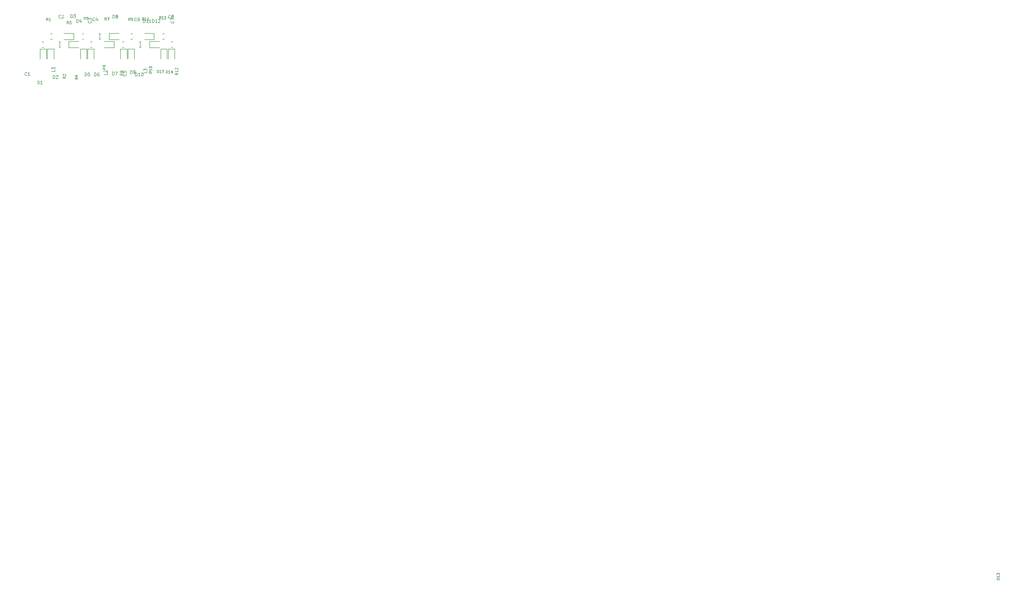
<source format=gto>
G04 #@! TF.GenerationSoftware,KiCad,Pcbnew,5.1.5*
G04 #@! TF.CreationDate,2020-02-12T19:16:24+01:00*
G04 #@! TF.ProjectId,Filter_PCB_4_btob,46696c74-6572-45f5-9043-425f345f6274,rev?*
G04 #@! TF.SameCoordinates,Original*
G04 #@! TF.FileFunction,Legend,Top*
G04 #@! TF.FilePolarity,Positive*
%FSLAX46Y46*%
G04 Gerber Fmt 4.6, Leading zero omitted, Abs format (unit mm)*
G04 Created by KiCad (PCBNEW 5.1.5) date 2020-02-12 19:16:24*
%MOMM*%
%LPD*%
G04 APERTURE LIST*
%ADD10C,0.120000*%
%ADD11C,0.150000*%
%ADD12C,0.100000*%
G04 APERTURE END LIST*
D10*
X170200000Y-101800000D02*
X170200000Y-100800000D01*
X162600000Y-100300000D02*
X162600000Y-99300000D01*
X155000000Y-100800000D02*
X155000000Y-101800000D01*
X162437221Y-100310000D02*
X162762779Y-100310000D01*
X162437221Y-99290000D02*
X162762779Y-99290000D01*
X171000000Y-99200000D02*
X172850000Y-99200000D01*
X171000000Y-100400000D02*
X172850000Y-100400000D01*
X172850000Y-100400000D02*
X172850000Y-99200000D01*
X163400000Y-100700000D02*
X165250000Y-100700000D01*
X163400000Y-101900000D02*
X165250000Y-101900000D01*
X165250000Y-101900000D02*
X165250000Y-100700000D01*
X155800000Y-99200000D02*
X157650000Y-99200000D01*
X155800000Y-100400000D02*
X157650000Y-100400000D01*
X157650000Y-100400000D02*
X157650000Y-99200000D01*
X175300000Y-102150000D02*
X174100000Y-102150000D01*
X175300000Y-104000000D02*
X175300000Y-102150000D01*
X174100000Y-104000000D02*
X174100000Y-102150000D01*
X167700000Y-102150000D02*
X166500000Y-102150000D01*
X167700000Y-104000000D02*
X167700000Y-102150000D01*
X166500000Y-104000000D02*
X166500000Y-102150000D01*
X160100000Y-102150000D02*
X158900000Y-102150000D01*
X160100000Y-104000000D02*
X160100000Y-102150000D01*
X158900000Y-104000000D02*
X158900000Y-102150000D01*
X152500000Y-102150000D02*
X151300000Y-102150000D01*
X152500000Y-104000000D02*
X152500000Y-102150000D01*
X151300000Y-104000000D02*
X151300000Y-102150000D01*
X170037221Y-100790000D02*
X170362779Y-100790000D01*
X170037221Y-101810000D02*
X170362779Y-101810000D01*
X154837221Y-101810000D02*
X155162779Y-101810000D01*
X154837221Y-100790000D02*
X155162779Y-100790000D01*
X175500000Y-104000000D02*
X175500000Y-102150000D01*
X176700000Y-104000000D02*
X176700000Y-102150000D01*
X176700000Y-102150000D02*
X175500000Y-102150000D01*
X173800000Y-101900000D02*
X171950000Y-101900000D01*
X173800000Y-100700000D02*
X171950000Y-100700000D01*
X171950000Y-100700000D02*
X171950000Y-101900000D01*
X167900000Y-104000000D02*
X167900000Y-102150000D01*
X169100000Y-104000000D02*
X169100000Y-102150000D01*
X169100000Y-102150000D02*
X167900000Y-102150000D01*
X166200000Y-100400000D02*
X164350000Y-100400000D01*
X166200000Y-99200000D02*
X164350000Y-99200000D01*
X164350000Y-99200000D02*
X164350000Y-100400000D01*
X161500000Y-102150000D02*
X160300000Y-102150000D01*
X161500000Y-104000000D02*
X161500000Y-102150000D01*
X160300000Y-104000000D02*
X160300000Y-102150000D01*
X158600000Y-101900000D02*
X156750000Y-101900000D01*
X158600000Y-100700000D02*
X156750000Y-100700000D01*
X156750000Y-100700000D02*
X156750000Y-101900000D01*
X153900000Y-102150000D02*
X152700000Y-102150000D01*
X153900000Y-104000000D02*
X153900000Y-102150000D01*
X152700000Y-104000000D02*
X152700000Y-102150000D01*
X176037221Y-101810000D02*
X176362779Y-101810000D01*
X176037221Y-100790000D02*
X176362779Y-100790000D01*
X174437221Y-100310000D02*
X174762779Y-100310000D01*
X174437221Y-99290000D02*
X174762779Y-99290000D01*
X168437221Y-99290000D02*
X168762779Y-99290000D01*
X168437221Y-100310000D02*
X168762779Y-100310000D01*
X166837221Y-100790000D02*
X167162779Y-100790000D01*
X166837221Y-101810000D02*
X167162779Y-101810000D01*
X160837221Y-100790000D02*
X161162779Y-100790000D01*
X160837221Y-101810000D02*
X161162779Y-101810000D01*
X159237221Y-99290000D02*
X159562779Y-99290000D01*
X159237221Y-100310000D02*
X159562779Y-100310000D01*
X151637221Y-100790000D02*
X151962779Y-100790000D01*
X151637221Y-101810000D02*
X151962779Y-101810000D01*
X153237221Y-99290000D02*
X153562779Y-99290000D01*
X153237221Y-100310000D02*
X153562779Y-100310000D01*
D11*
D12*
X332326190Y-202407142D02*
X331826190Y-202407142D01*
X331826190Y-202288095D01*
X331850000Y-202216666D01*
X331897619Y-202169047D01*
X331945238Y-202145238D01*
X332040476Y-202121428D01*
X332111904Y-202121428D01*
X332207142Y-202145238D01*
X332254761Y-202169047D01*
X332302380Y-202216666D01*
X332326190Y-202288095D01*
X332326190Y-202407142D01*
X332326190Y-201645238D02*
X332326190Y-201930952D01*
X332326190Y-201788095D02*
X331826190Y-201788095D01*
X331897619Y-201835714D01*
X331945238Y-201883333D01*
X331969047Y-201930952D01*
X331826190Y-201478571D02*
X331826190Y-201169047D01*
X332016666Y-201335714D01*
X332016666Y-201264285D01*
X332040476Y-201216666D01*
X332064285Y-201192857D01*
X332111904Y-201169047D01*
X332230952Y-201169047D01*
X332278571Y-201192857D01*
X332302380Y-201216666D01*
X332326190Y-201264285D01*
X332326190Y-201407142D01*
X332302380Y-201454761D01*
X332278571Y-201478571D01*
X158426190Y-107583333D02*
X158188095Y-107750000D01*
X158426190Y-107869047D02*
X157926190Y-107869047D01*
X157926190Y-107678571D01*
X157950000Y-107630952D01*
X157973809Y-107607142D01*
X158021428Y-107583333D01*
X158092857Y-107583333D01*
X158140476Y-107607142D01*
X158164285Y-107630952D01*
X158188095Y-107678571D01*
X158188095Y-107869047D01*
X158092857Y-107154761D02*
X158426190Y-107154761D01*
X157902380Y-107273809D02*
X158259523Y-107392857D01*
X158259523Y-107083333D01*
X174078571Y-96526190D02*
X173911904Y-96288095D01*
X173792857Y-96526190D02*
X173792857Y-96026190D01*
X173983333Y-96026190D01*
X174030952Y-96050000D01*
X174054761Y-96073809D01*
X174078571Y-96121428D01*
X174078571Y-96192857D01*
X174054761Y-96240476D01*
X174030952Y-96264285D01*
X173983333Y-96288095D01*
X173792857Y-96288095D01*
X174554761Y-96526190D02*
X174269047Y-96526190D01*
X174411904Y-96526190D02*
X174411904Y-96026190D01*
X174364285Y-96097619D01*
X174316666Y-96145238D01*
X174269047Y-96169047D01*
X174721428Y-96026190D02*
X175030952Y-96026190D01*
X174864285Y-96216666D01*
X174935714Y-96216666D01*
X174983333Y-96240476D01*
X175007142Y-96264285D01*
X175030952Y-96311904D01*
X175030952Y-96430952D01*
X175007142Y-96478571D01*
X174983333Y-96502380D01*
X174935714Y-96526190D01*
X174792857Y-96526190D01*
X174745238Y-96502380D01*
X174721428Y-96478571D01*
X177326190Y-106721428D02*
X177088095Y-106888095D01*
X177326190Y-107007142D02*
X176826190Y-107007142D01*
X176826190Y-106816666D01*
X176850000Y-106769047D01*
X176873809Y-106745238D01*
X176921428Y-106721428D01*
X176992857Y-106721428D01*
X177040476Y-106745238D01*
X177064285Y-106769047D01*
X177088095Y-106816666D01*
X177088095Y-107007142D01*
X177326190Y-106245238D02*
X177326190Y-106530952D01*
X177326190Y-106388095D02*
X176826190Y-106388095D01*
X176897619Y-106435714D01*
X176945238Y-106483333D01*
X176969047Y-106530952D01*
X176873809Y-106054761D02*
X176850000Y-106030952D01*
X176826190Y-105983333D01*
X176826190Y-105864285D01*
X176850000Y-105816666D01*
X176873809Y-105792857D01*
X176921428Y-105769047D01*
X176969047Y-105769047D01*
X177040476Y-105792857D01*
X177326190Y-106078571D01*
X177326190Y-105769047D01*
X170878571Y-96726190D02*
X170711904Y-96488095D01*
X170592857Y-96726190D02*
X170592857Y-96226190D01*
X170783333Y-96226190D01*
X170830952Y-96250000D01*
X170854761Y-96273809D01*
X170878571Y-96321428D01*
X170878571Y-96392857D01*
X170854761Y-96440476D01*
X170830952Y-96464285D01*
X170783333Y-96488095D01*
X170592857Y-96488095D01*
X171354761Y-96726190D02*
X171069047Y-96726190D01*
X171211904Y-96726190D02*
X171211904Y-96226190D01*
X171164285Y-96297619D01*
X171116666Y-96345238D01*
X171069047Y-96369047D01*
X171830952Y-96726190D02*
X171545238Y-96726190D01*
X171688095Y-96726190D02*
X171688095Y-96226190D01*
X171640476Y-96297619D01*
X171592857Y-96345238D01*
X171545238Y-96369047D01*
X168316666Y-96826190D02*
X168150000Y-96588095D01*
X168030952Y-96826190D02*
X168030952Y-96326190D01*
X168221428Y-96326190D01*
X168269047Y-96350000D01*
X168292857Y-96373809D01*
X168316666Y-96421428D01*
X168316666Y-96492857D01*
X168292857Y-96540476D01*
X168269047Y-96564285D01*
X168221428Y-96588095D01*
X168030952Y-96588095D01*
X168554761Y-96826190D02*
X168650000Y-96826190D01*
X168697619Y-96802380D01*
X168721428Y-96778571D01*
X168769047Y-96707142D01*
X168792857Y-96611904D01*
X168792857Y-96421428D01*
X168769047Y-96373809D01*
X168745238Y-96350000D01*
X168697619Y-96326190D01*
X168602380Y-96326190D01*
X168554761Y-96350000D01*
X168530952Y-96373809D01*
X168507142Y-96421428D01*
X168507142Y-96540476D01*
X168530952Y-96588095D01*
X168554761Y-96611904D01*
X168602380Y-96635714D01*
X168697619Y-96635714D01*
X168745238Y-96611904D01*
X168769047Y-96588095D01*
X168792857Y-96540476D01*
X166926190Y-106783333D02*
X166688095Y-106950000D01*
X166926190Y-107069047D02*
X166426190Y-107069047D01*
X166426190Y-106878571D01*
X166450000Y-106830952D01*
X166473809Y-106807142D01*
X166521428Y-106783333D01*
X166592857Y-106783333D01*
X166640476Y-106807142D01*
X166664285Y-106830952D01*
X166688095Y-106878571D01*
X166688095Y-107069047D01*
X166640476Y-106497619D02*
X166616666Y-106545238D01*
X166592857Y-106569047D01*
X166545238Y-106592857D01*
X166521428Y-106592857D01*
X166473809Y-106569047D01*
X166450000Y-106545238D01*
X166426190Y-106497619D01*
X166426190Y-106402380D01*
X166450000Y-106354761D01*
X166473809Y-106330952D01*
X166521428Y-106307142D01*
X166545238Y-106307142D01*
X166592857Y-106330952D01*
X166616666Y-106354761D01*
X166640476Y-106402380D01*
X166640476Y-106497619D01*
X166664285Y-106545238D01*
X166688095Y-106569047D01*
X166735714Y-106592857D01*
X166830952Y-106592857D01*
X166878571Y-106569047D01*
X166902380Y-106545238D01*
X166926190Y-106497619D01*
X166926190Y-106402380D01*
X166902380Y-106354761D01*
X166878571Y-106330952D01*
X166830952Y-106307142D01*
X166735714Y-106307142D01*
X166688095Y-106330952D01*
X166664285Y-106354761D01*
X166640476Y-106402380D01*
X163816666Y-96726190D02*
X163650000Y-96488095D01*
X163530952Y-96726190D02*
X163530952Y-96226190D01*
X163721428Y-96226190D01*
X163769047Y-96250000D01*
X163792857Y-96273809D01*
X163816666Y-96321428D01*
X163816666Y-96392857D01*
X163792857Y-96440476D01*
X163769047Y-96464285D01*
X163721428Y-96488095D01*
X163530952Y-96488095D01*
X163983333Y-96226190D02*
X164316666Y-96226190D01*
X164102380Y-96726190D01*
X159916666Y-96626190D02*
X159750000Y-96388095D01*
X159630952Y-96626190D02*
X159630952Y-96126190D01*
X159821428Y-96126190D01*
X159869047Y-96150000D01*
X159892857Y-96173809D01*
X159916666Y-96221428D01*
X159916666Y-96292857D01*
X159892857Y-96340476D01*
X159869047Y-96364285D01*
X159821428Y-96388095D01*
X159630952Y-96388095D01*
X160369047Y-96126190D02*
X160130952Y-96126190D01*
X160107142Y-96364285D01*
X160130952Y-96340476D01*
X160178571Y-96316666D01*
X160297619Y-96316666D01*
X160345238Y-96340476D01*
X160369047Y-96364285D01*
X160392857Y-96411904D01*
X160392857Y-96530952D01*
X160369047Y-96578571D01*
X160345238Y-96602380D01*
X160297619Y-96626190D01*
X160178571Y-96626190D01*
X160130952Y-96602380D01*
X160107142Y-96578571D01*
X156716666Y-97426190D02*
X156550000Y-97188095D01*
X156430952Y-97426190D02*
X156430952Y-96926190D01*
X156621428Y-96926190D01*
X156669047Y-96950000D01*
X156692857Y-96973809D01*
X156716666Y-97021428D01*
X156716666Y-97092857D01*
X156692857Y-97140476D01*
X156669047Y-97164285D01*
X156621428Y-97188095D01*
X156430952Y-97188095D01*
X156883333Y-96926190D02*
X157192857Y-96926190D01*
X157026190Y-97116666D01*
X157097619Y-97116666D01*
X157145238Y-97140476D01*
X157169047Y-97164285D01*
X157192857Y-97211904D01*
X157192857Y-97330952D01*
X157169047Y-97378571D01*
X157145238Y-97402380D01*
X157097619Y-97426190D01*
X156954761Y-97426190D01*
X156907142Y-97402380D01*
X156883333Y-97378571D01*
X152816666Y-96826190D02*
X152650000Y-96588095D01*
X152530952Y-96826190D02*
X152530952Y-96326190D01*
X152721428Y-96326190D01*
X152769047Y-96350000D01*
X152792857Y-96373809D01*
X152816666Y-96421428D01*
X152816666Y-96492857D01*
X152792857Y-96540476D01*
X152769047Y-96564285D01*
X152721428Y-96588095D01*
X152530952Y-96588095D01*
X153292857Y-96826190D02*
X153007142Y-96826190D01*
X153150000Y-96826190D02*
X153150000Y-96326190D01*
X153102380Y-96397619D01*
X153054761Y-96445238D01*
X153007142Y-96469047D01*
X172426190Y-106421428D02*
X172188095Y-106588095D01*
X172426190Y-106707142D02*
X171926190Y-106707142D01*
X171926190Y-106516666D01*
X171950000Y-106469047D01*
X171973809Y-106445238D01*
X172021428Y-106421428D01*
X172092857Y-106421428D01*
X172140476Y-106445238D01*
X172164285Y-106469047D01*
X172188095Y-106516666D01*
X172188095Y-106707142D01*
X172426190Y-105945238D02*
X172426190Y-106230952D01*
X172426190Y-106088095D02*
X171926190Y-106088095D01*
X171997619Y-106135714D01*
X172045238Y-106183333D01*
X172069047Y-106230952D01*
X171926190Y-105635714D02*
X171926190Y-105588095D01*
X171950000Y-105540476D01*
X171973809Y-105516666D01*
X172021428Y-105492857D01*
X172116666Y-105469047D01*
X172235714Y-105469047D01*
X172330952Y-105492857D01*
X172378571Y-105516666D01*
X172402380Y-105540476D01*
X172426190Y-105588095D01*
X172426190Y-105635714D01*
X172402380Y-105683333D01*
X172378571Y-105707142D01*
X172330952Y-105730952D01*
X172235714Y-105754761D01*
X172116666Y-105754761D01*
X172021428Y-105730952D01*
X171973809Y-105707142D01*
X171950000Y-105683333D01*
X171926190Y-105635714D01*
X163626190Y-105683333D02*
X163388095Y-105850000D01*
X163626190Y-105969047D02*
X163126190Y-105969047D01*
X163126190Y-105778571D01*
X163150000Y-105730952D01*
X163173809Y-105707142D01*
X163221428Y-105683333D01*
X163292857Y-105683333D01*
X163340476Y-105707142D01*
X163364285Y-105730952D01*
X163388095Y-105778571D01*
X163388095Y-105969047D01*
X163126190Y-105254761D02*
X163126190Y-105350000D01*
X163150000Y-105397619D01*
X163173809Y-105421428D01*
X163245238Y-105469047D01*
X163340476Y-105492857D01*
X163530952Y-105492857D01*
X163578571Y-105469047D01*
X163602380Y-105445238D01*
X163626190Y-105397619D01*
X163626190Y-105302380D01*
X163602380Y-105254761D01*
X163578571Y-105230952D01*
X163530952Y-105207142D01*
X163411904Y-105207142D01*
X163364285Y-105230952D01*
X163340476Y-105254761D01*
X163316666Y-105302380D01*
X163316666Y-105397619D01*
X163340476Y-105445238D01*
X163364285Y-105469047D01*
X163411904Y-105492857D01*
X156126190Y-107383333D02*
X155888095Y-107550000D01*
X156126190Y-107669047D02*
X155626190Y-107669047D01*
X155626190Y-107478571D01*
X155650000Y-107430952D01*
X155673809Y-107407142D01*
X155721428Y-107383333D01*
X155792857Y-107383333D01*
X155840476Y-107407142D01*
X155864285Y-107430952D01*
X155888095Y-107478571D01*
X155888095Y-107669047D01*
X155673809Y-107192857D02*
X155650000Y-107169047D01*
X155626190Y-107121428D01*
X155626190Y-107002380D01*
X155650000Y-106954761D01*
X155673809Y-106930952D01*
X155721428Y-106907142D01*
X155769047Y-106907142D01*
X155840476Y-106930952D01*
X156126190Y-107216666D01*
X156126190Y-106907142D01*
X163971428Y-106700000D02*
X163971428Y-106985714D01*
X163371428Y-106985714D01*
X163428571Y-106528571D02*
X163400000Y-106500000D01*
X163371428Y-106442857D01*
X163371428Y-106300000D01*
X163400000Y-106242857D01*
X163428571Y-106214285D01*
X163485714Y-106185714D01*
X163542857Y-106185714D01*
X163628571Y-106214285D01*
X163971428Y-106557142D01*
X163971428Y-106185714D01*
X170771428Y-97171428D02*
X170771428Y-96571428D01*
X170914285Y-96571428D01*
X171000000Y-96600000D01*
X171057142Y-96657142D01*
X171085714Y-96714285D01*
X171114285Y-96828571D01*
X171114285Y-96914285D01*
X171085714Y-97028571D01*
X171057142Y-97085714D01*
X171000000Y-97142857D01*
X170914285Y-97171428D01*
X170771428Y-97171428D01*
X171685714Y-97171428D02*
X171342857Y-97171428D01*
X171514285Y-97171428D02*
X171514285Y-96571428D01*
X171457142Y-96657142D01*
X171400000Y-96714285D01*
X171342857Y-96742857D01*
X172257142Y-97171428D02*
X171914285Y-97171428D01*
X172085714Y-97171428D02*
X172085714Y-96571428D01*
X172028571Y-96657142D01*
X171971428Y-96714285D01*
X171914285Y-96742857D01*
X164957142Y-107071428D02*
X164957142Y-106471428D01*
X165100000Y-106471428D01*
X165185714Y-106500000D01*
X165242857Y-106557142D01*
X165271428Y-106614285D01*
X165300000Y-106728571D01*
X165300000Y-106814285D01*
X165271428Y-106928571D01*
X165242857Y-106985714D01*
X165185714Y-107042857D01*
X165100000Y-107071428D01*
X164957142Y-107071428D01*
X165500000Y-106471428D02*
X165900000Y-106471428D01*
X165642857Y-107071428D01*
X157057142Y-96271428D02*
X157057142Y-95671428D01*
X157200000Y-95671428D01*
X157285714Y-95700000D01*
X157342857Y-95757142D01*
X157371428Y-95814285D01*
X157400000Y-95928571D01*
X157400000Y-96014285D01*
X157371428Y-96128571D01*
X157342857Y-96185714D01*
X157285714Y-96242857D01*
X157200000Y-96271428D01*
X157057142Y-96271428D01*
X157600000Y-95671428D02*
X157971428Y-95671428D01*
X157771428Y-95900000D01*
X157857142Y-95900000D01*
X157914285Y-95928571D01*
X157942857Y-95957142D01*
X157971428Y-96014285D01*
X157971428Y-96157142D01*
X157942857Y-96214285D01*
X157914285Y-96242857D01*
X157857142Y-96271428D01*
X157685714Y-96271428D01*
X157628571Y-96242857D01*
X157600000Y-96214285D01*
X173392857Y-106626190D02*
X173392857Y-106126190D01*
X173511904Y-106126190D01*
X173583333Y-106150000D01*
X173630952Y-106197619D01*
X173654761Y-106245238D01*
X173678571Y-106340476D01*
X173678571Y-106411904D01*
X173654761Y-106507142D01*
X173630952Y-106554761D01*
X173583333Y-106602380D01*
X173511904Y-106626190D01*
X173392857Y-106626190D01*
X174154761Y-106626190D02*
X173869047Y-106626190D01*
X174011904Y-106626190D02*
X174011904Y-106126190D01*
X173964285Y-106197619D01*
X173916666Y-106245238D01*
X173869047Y-106269047D01*
X174321428Y-106126190D02*
X174630952Y-106126190D01*
X174464285Y-106316666D01*
X174535714Y-106316666D01*
X174583333Y-106340476D01*
X174607142Y-106364285D01*
X174630952Y-106411904D01*
X174630952Y-106530952D01*
X174607142Y-106578571D01*
X174583333Y-106602380D01*
X174535714Y-106626190D01*
X174392857Y-106626190D01*
X174345238Y-106602380D01*
X174321428Y-106578571D01*
X168357142Y-106871428D02*
X168357142Y-106271428D01*
X168500000Y-106271428D01*
X168585714Y-106300000D01*
X168642857Y-106357142D01*
X168671428Y-106414285D01*
X168700000Y-106528571D01*
X168700000Y-106614285D01*
X168671428Y-106728571D01*
X168642857Y-106785714D01*
X168585714Y-106842857D01*
X168500000Y-106871428D01*
X168357142Y-106871428D01*
X168985714Y-106871428D02*
X169100000Y-106871428D01*
X169157142Y-106842857D01*
X169185714Y-106814285D01*
X169242857Y-106728571D01*
X169271428Y-106614285D01*
X169271428Y-106385714D01*
X169242857Y-106328571D01*
X169214285Y-106300000D01*
X169157142Y-106271428D01*
X169042857Y-106271428D01*
X168985714Y-106300000D01*
X168957142Y-106328571D01*
X168928571Y-106385714D01*
X168928571Y-106528571D01*
X168957142Y-106585714D01*
X168985714Y-106614285D01*
X169042857Y-106642857D01*
X169157142Y-106642857D01*
X169214285Y-106614285D01*
X169242857Y-106585714D01*
X169271428Y-106528571D01*
X159757142Y-107271428D02*
X159757142Y-106671428D01*
X159900000Y-106671428D01*
X159985714Y-106700000D01*
X160042857Y-106757142D01*
X160071428Y-106814285D01*
X160100000Y-106928571D01*
X160100000Y-107014285D01*
X160071428Y-107128571D01*
X160042857Y-107185714D01*
X159985714Y-107242857D01*
X159900000Y-107271428D01*
X159757142Y-107271428D01*
X160642857Y-106671428D02*
X160357142Y-106671428D01*
X160328571Y-106957142D01*
X160357142Y-106928571D01*
X160414285Y-106900000D01*
X160557142Y-106900000D01*
X160614285Y-106928571D01*
X160642857Y-106957142D01*
X160671428Y-107014285D01*
X160671428Y-107157142D01*
X160642857Y-107214285D01*
X160614285Y-107242857D01*
X160557142Y-107271428D01*
X160414285Y-107271428D01*
X160357142Y-107242857D01*
X160328571Y-107214285D01*
X150857142Y-108771428D02*
X150857142Y-108171428D01*
X151000000Y-108171428D01*
X151085714Y-108200000D01*
X151142857Y-108257142D01*
X151171428Y-108314285D01*
X151200000Y-108428571D01*
X151200000Y-108514285D01*
X151171428Y-108628571D01*
X151142857Y-108685714D01*
X151085714Y-108742857D01*
X151000000Y-108771428D01*
X150857142Y-108771428D01*
X151771428Y-108771428D02*
X151428571Y-108771428D01*
X151600000Y-108771428D02*
X151600000Y-108171428D01*
X151542857Y-108257142D01*
X151485714Y-108314285D01*
X151428571Y-108342857D01*
X171471428Y-106400000D02*
X171471428Y-106685714D01*
X170871428Y-106685714D01*
X170871428Y-106257142D02*
X170871428Y-105885714D01*
X171100000Y-106085714D01*
X171100000Y-106000000D01*
X171128571Y-105942857D01*
X171157142Y-105914285D01*
X171214285Y-105885714D01*
X171357142Y-105885714D01*
X171414285Y-105914285D01*
X171442857Y-105942857D01*
X171471428Y-106000000D01*
X171471428Y-106171428D01*
X171442857Y-106228571D01*
X171414285Y-106257142D01*
X154071428Y-106100000D02*
X154071428Y-106385714D01*
X153471428Y-106385714D01*
X154071428Y-105585714D02*
X154071428Y-105928571D01*
X154071428Y-105757142D02*
X153471428Y-105757142D01*
X153557142Y-105814285D01*
X153614285Y-105871428D01*
X153642857Y-105928571D01*
X175092857Y-106726190D02*
X175092857Y-106226190D01*
X175211904Y-106226190D01*
X175283333Y-106250000D01*
X175330952Y-106297619D01*
X175354761Y-106345238D01*
X175378571Y-106440476D01*
X175378571Y-106511904D01*
X175354761Y-106607142D01*
X175330952Y-106654761D01*
X175283333Y-106702380D01*
X175211904Y-106726190D01*
X175092857Y-106726190D01*
X175854761Y-106726190D02*
X175569047Y-106726190D01*
X175711904Y-106726190D02*
X175711904Y-106226190D01*
X175664285Y-106297619D01*
X175616666Y-106345238D01*
X175569047Y-106369047D01*
X176283333Y-106392857D02*
X176283333Y-106726190D01*
X176164285Y-106202380D02*
X176045238Y-106559523D01*
X176354761Y-106559523D01*
X172471428Y-97171428D02*
X172471428Y-96571428D01*
X172614285Y-96571428D01*
X172700000Y-96600000D01*
X172757142Y-96657142D01*
X172785714Y-96714285D01*
X172814285Y-96828571D01*
X172814285Y-96914285D01*
X172785714Y-97028571D01*
X172757142Y-97085714D01*
X172700000Y-97142857D01*
X172614285Y-97171428D01*
X172471428Y-97171428D01*
X173385714Y-97171428D02*
X173042857Y-97171428D01*
X173214285Y-97171428D02*
X173214285Y-96571428D01*
X173157142Y-96657142D01*
X173100000Y-96714285D01*
X173042857Y-96742857D01*
X173614285Y-96628571D02*
X173642857Y-96600000D01*
X173700000Y-96571428D01*
X173842857Y-96571428D01*
X173900000Y-96600000D01*
X173928571Y-96628571D01*
X173957142Y-96685714D01*
X173957142Y-96742857D01*
X173928571Y-96828571D01*
X173585714Y-97171428D01*
X173957142Y-97171428D01*
X169271428Y-107271428D02*
X169271428Y-106671428D01*
X169414285Y-106671428D01*
X169500000Y-106700000D01*
X169557142Y-106757142D01*
X169585714Y-106814285D01*
X169614285Y-106928571D01*
X169614285Y-107014285D01*
X169585714Y-107128571D01*
X169557142Y-107185714D01*
X169500000Y-107242857D01*
X169414285Y-107271428D01*
X169271428Y-107271428D01*
X170185714Y-107271428D02*
X169842857Y-107271428D01*
X170014285Y-107271428D02*
X170014285Y-106671428D01*
X169957142Y-106757142D01*
X169900000Y-106814285D01*
X169842857Y-106842857D01*
X170557142Y-106671428D02*
X170614285Y-106671428D01*
X170671428Y-106700000D01*
X170700000Y-106728571D01*
X170728571Y-106785714D01*
X170757142Y-106900000D01*
X170757142Y-107042857D01*
X170728571Y-107157142D01*
X170700000Y-107214285D01*
X170671428Y-107242857D01*
X170614285Y-107271428D01*
X170557142Y-107271428D01*
X170500000Y-107242857D01*
X170471428Y-107214285D01*
X170442857Y-107157142D01*
X170414285Y-107042857D01*
X170414285Y-106900000D01*
X170442857Y-106785714D01*
X170471428Y-106728571D01*
X170500000Y-106700000D01*
X170557142Y-106671428D01*
X165057142Y-96371428D02*
X165057142Y-95771428D01*
X165200000Y-95771428D01*
X165285714Y-95800000D01*
X165342857Y-95857142D01*
X165371428Y-95914285D01*
X165400000Y-96028571D01*
X165400000Y-96114285D01*
X165371428Y-96228571D01*
X165342857Y-96285714D01*
X165285714Y-96342857D01*
X165200000Y-96371428D01*
X165057142Y-96371428D01*
X165742857Y-96028571D02*
X165685714Y-96000000D01*
X165657142Y-95971428D01*
X165628571Y-95914285D01*
X165628571Y-95885714D01*
X165657142Y-95828571D01*
X165685714Y-95800000D01*
X165742857Y-95771428D01*
X165857142Y-95771428D01*
X165914285Y-95800000D01*
X165942857Y-95828571D01*
X165971428Y-95885714D01*
X165971428Y-95914285D01*
X165942857Y-95971428D01*
X165914285Y-96000000D01*
X165857142Y-96028571D01*
X165742857Y-96028571D01*
X165685714Y-96057142D01*
X165657142Y-96085714D01*
X165628571Y-96142857D01*
X165628571Y-96257142D01*
X165657142Y-96314285D01*
X165685714Y-96342857D01*
X165742857Y-96371428D01*
X165857142Y-96371428D01*
X165914285Y-96342857D01*
X165942857Y-96314285D01*
X165971428Y-96257142D01*
X165971428Y-96142857D01*
X165942857Y-96085714D01*
X165914285Y-96057142D01*
X165857142Y-96028571D01*
X161557142Y-107271428D02*
X161557142Y-106671428D01*
X161700000Y-106671428D01*
X161785714Y-106700000D01*
X161842857Y-106757142D01*
X161871428Y-106814285D01*
X161900000Y-106928571D01*
X161900000Y-107014285D01*
X161871428Y-107128571D01*
X161842857Y-107185714D01*
X161785714Y-107242857D01*
X161700000Y-107271428D01*
X161557142Y-107271428D01*
X162414285Y-106671428D02*
X162300000Y-106671428D01*
X162242857Y-106700000D01*
X162214285Y-106728571D01*
X162157142Y-106814285D01*
X162128571Y-106928571D01*
X162128571Y-107157142D01*
X162157142Y-107214285D01*
X162185714Y-107242857D01*
X162242857Y-107271428D01*
X162357142Y-107271428D01*
X162414285Y-107242857D01*
X162442857Y-107214285D01*
X162471428Y-107157142D01*
X162471428Y-107014285D01*
X162442857Y-106957142D01*
X162414285Y-106928571D01*
X162357142Y-106900000D01*
X162242857Y-106900000D01*
X162185714Y-106928571D01*
X162157142Y-106957142D01*
X162128571Y-107014285D01*
X158157142Y-97171428D02*
X158157142Y-96571428D01*
X158300000Y-96571428D01*
X158385714Y-96600000D01*
X158442857Y-96657142D01*
X158471428Y-96714285D01*
X158500000Y-96828571D01*
X158500000Y-96914285D01*
X158471428Y-97028571D01*
X158442857Y-97085714D01*
X158385714Y-97142857D01*
X158300000Y-97171428D01*
X158157142Y-97171428D01*
X159014285Y-96771428D02*
X159014285Y-97171428D01*
X158871428Y-96542857D02*
X158728571Y-96971428D01*
X159100000Y-96971428D01*
X153757142Y-107771428D02*
X153757142Y-107171428D01*
X153900000Y-107171428D01*
X153985714Y-107200000D01*
X154042857Y-107257142D01*
X154071428Y-107314285D01*
X154100000Y-107428571D01*
X154100000Y-107514285D01*
X154071428Y-107628571D01*
X154042857Y-107685714D01*
X153985714Y-107742857D01*
X153900000Y-107771428D01*
X153757142Y-107771428D01*
X154328571Y-107228571D02*
X154357142Y-107200000D01*
X154414285Y-107171428D01*
X154557142Y-107171428D01*
X154614285Y-107200000D01*
X154642857Y-107228571D01*
X154671428Y-107285714D01*
X154671428Y-107342857D01*
X154642857Y-107428571D01*
X154300000Y-107771428D01*
X154671428Y-107771428D01*
X175900000Y-96314285D02*
X175871428Y-96342857D01*
X175785714Y-96371428D01*
X175728571Y-96371428D01*
X175642857Y-96342857D01*
X175585714Y-96285714D01*
X175557142Y-96228571D01*
X175528571Y-96114285D01*
X175528571Y-96028571D01*
X175557142Y-95914285D01*
X175585714Y-95857142D01*
X175642857Y-95800000D01*
X175728571Y-95771428D01*
X175785714Y-95771428D01*
X175871428Y-95800000D01*
X175900000Y-95828571D01*
X176242857Y-96028571D02*
X176185714Y-96000000D01*
X176157142Y-95971428D01*
X176128571Y-95914285D01*
X176128571Y-95885714D01*
X176157142Y-95828571D01*
X176185714Y-95800000D01*
X176242857Y-95771428D01*
X176357142Y-95771428D01*
X176414285Y-95800000D01*
X176442857Y-95828571D01*
X176471428Y-95885714D01*
X176471428Y-95914285D01*
X176442857Y-95971428D01*
X176414285Y-96000000D01*
X176357142Y-96028571D01*
X176242857Y-96028571D01*
X176185714Y-96057142D01*
X176157142Y-96085714D01*
X176128571Y-96142857D01*
X176128571Y-96257142D01*
X176157142Y-96314285D01*
X176185714Y-96342857D01*
X176242857Y-96371428D01*
X176357142Y-96371428D01*
X176414285Y-96342857D01*
X176442857Y-96314285D01*
X176471428Y-96257142D01*
X176471428Y-96142857D01*
X176442857Y-96085714D01*
X176414285Y-96057142D01*
X176357142Y-96028571D01*
X176514285Y-96900000D02*
X176542857Y-96928571D01*
X176571428Y-97014285D01*
X176571428Y-97071428D01*
X176542857Y-97157142D01*
X176485714Y-97214285D01*
X176428571Y-97242857D01*
X176314285Y-97271428D01*
X176228571Y-97271428D01*
X176114285Y-97242857D01*
X176057142Y-97214285D01*
X176000000Y-97157142D01*
X175971428Y-97071428D01*
X175971428Y-97014285D01*
X176000000Y-96928571D01*
X176028571Y-96900000D01*
X175971428Y-96700000D02*
X175971428Y-96300000D01*
X176571428Y-96557142D01*
X169500000Y-96814285D02*
X169471428Y-96842857D01*
X169385714Y-96871428D01*
X169328571Y-96871428D01*
X169242857Y-96842857D01*
X169185714Y-96785714D01*
X169157142Y-96728571D01*
X169128571Y-96614285D01*
X169128571Y-96528571D01*
X169157142Y-96414285D01*
X169185714Y-96357142D01*
X169242857Y-96300000D01*
X169328571Y-96271428D01*
X169385714Y-96271428D01*
X169471428Y-96300000D01*
X169500000Y-96328571D01*
X170014285Y-96271428D02*
X169900000Y-96271428D01*
X169842857Y-96300000D01*
X169814285Y-96328571D01*
X169757142Y-96414285D01*
X169728571Y-96528571D01*
X169728571Y-96757142D01*
X169757142Y-96814285D01*
X169785714Y-96842857D01*
X169842857Y-96871428D01*
X169957142Y-96871428D01*
X170014285Y-96842857D01*
X170042857Y-96814285D01*
X170071428Y-96757142D01*
X170071428Y-96614285D01*
X170042857Y-96557142D01*
X170014285Y-96528571D01*
X169957142Y-96500000D01*
X169842857Y-96500000D01*
X169785714Y-96528571D01*
X169757142Y-96557142D01*
X169728571Y-96614285D01*
X167514285Y-106900000D02*
X167542857Y-106928571D01*
X167571428Y-107014285D01*
X167571428Y-107071428D01*
X167542857Y-107157142D01*
X167485714Y-107214285D01*
X167428571Y-107242857D01*
X167314285Y-107271428D01*
X167228571Y-107271428D01*
X167114285Y-107242857D01*
X167057142Y-107214285D01*
X167000000Y-107157142D01*
X166971428Y-107071428D01*
X166971428Y-107014285D01*
X167000000Y-106928571D01*
X167028571Y-106900000D01*
X166971428Y-106357142D02*
X166971428Y-106642857D01*
X167257142Y-106671428D01*
X167228571Y-106642857D01*
X167200000Y-106585714D01*
X167200000Y-106442857D01*
X167228571Y-106385714D01*
X167257142Y-106357142D01*
X167314285Y-106328571D01*
X167457142Y-106328571D01*
X167514285Y-106357142D01*
X167542857Y-106385714D01*
X167571428Y-106442857D01*
X167571428Y-106585714D01*
X167542857Y-106642857D01*
X167514285Y-106671428D01*
X161600000Y-96814285D02*
X161571428Y-96842857D01*
X161485714Y-96871428D01*
X161428571Y-96871428D01*
X161342857Y-96842857D01*
X161285714Y-96785714D01*
X161257142Y-96728571D01*
X161228571Y-96614285D01*
X161228571Y-96528571D01*
X161257142Y-96414285D01*
X161285714Y-96357142D01*
X161342857Y-96300000D01*
X161428571Y-96271428D01*
X161485714Y-96271428D01*
X161571428Y-96300000D01*
X161600000Y-96328571D01*
X162114285Y-96471428D02*
X162114285Y-96871428D01*
X161971428Y-96242857D02*
X161828571Y-96671428D01*
X162200000Y-96671428D01*
X160914285Y-96900000D02*
X160942857Y-96928571D01*
X160971428Y-97014285D01*
X160971428Y-97071428D01*
X160942857Y-97157142D01*
X160885714Y-97214285D01*
X160828571Y-97242857D01*
X160714285Y-97271428D01*
X160628571Y-97271428D01*
X160514285Y-97242857D01*
X160457142Y-97214285D01*
X160400000Y-97157142D01*
X160371428Y-97071428D01*
X160371428Y-97014285D01*
X160400000Y-96928571D01*
X160428571Y-96900000D01*
X160371428Y-96700000D02*
X160371428Y-96328571D01*
X160600000Y-96528571D01*
X160600000Y-96442857D01*
X160628571Y-96385714D01*
X160657142Y-96357142D01*
X160714285Y-96328571D01*
X160857142Y-96328571D01*
X160914285Y-96357142D01*
X160942857Y-96385714D01*
X160971428Y-96442857D01*
X160971428Y-96614285D01*
X160942857Y-96671428D01*
X160914285Y-96700000D01*
X148800000Y-107114285D02*
X148771428Y-107142857D01*
X148685714Y-107171428D01*
X148628571Y-107171428D01*
X148542857Y-107142857D01*
X148485714Y-107085714D01*
X148457142Y-107028571D01*
X148428571Y-106914285D01*
X148428571Y-106828571D01*
X148457142Y-106714285D01*
X148485714Y-106657142D01*
X148542857Y-106600000D01*
X148628571Y-106571428D01*
X148685714Y-106571428D01*
X148771428Y-106600000D01*
X148800000Y-106628571D01*
X149371428Y-107171428D02*
X149028571Y-107171428D01*
X149200000Y-107171428D02*
X149200000Y-106571428D01*
X149142857Y-106657142D01*
X149085714Y-106714285D01*
X149028571Y-106742857D01*
X155200000Y-96314285D02*
X155171428Y-96342857D01*
X155085714Y-96371428D01*
X155028571Y-96371428D01*
X154942857Y-96342857D01*
X154885714Y-96285714D01*
X154857142Y-96228571D01*
X154828571Y-96114285D01*
X154828571Y-96028571D01*
X154857142Y-95914285D01*
X154885714Y-95857142D01*
X154942857Y-95800000D01*
X155028571Y-95771428D01*
X155085714Y-95771428D01*
X155171428Y-95800000D01*
X155200000Y-95828571D01*
X155428571Y-95828571D02*
X155457142Y-95800000D01*
X155514285Y-95771428D01*
X155657142Y-95771428D01*
X155714285Y-95800000D01*
X155742857Y-95828571D01*
X155771428Y-95885714D01*
X155771428Y-95942857D01*
X155742857Y-96028571D01*
X155400000Y-96371428D01*
X155771428Y-96371428D01*
M02*

</source>
